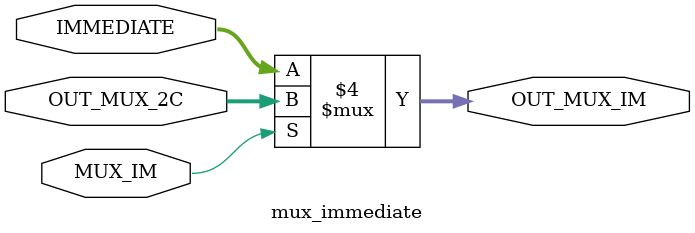
<source format=v>

 `timescale  1ns/100ps

module mux_immediate (IMMEDIATE, OUT_MUX_2C, MUX_IM, OUT_MUX_IM);

	//port declaration
	input [7:0]IMMEDIATE;
	input [7:0]OUT_MUX_2C;
	input MUX_IM;
	
	output [7:0]OUT_MUX_IM;
	
	//specify output to a register
	reg [7:0]OUT_MUX_IM;
	

	//check output
	always @(IMMEDIATE,OUT_MUX_2C,MUX_IM)
	begin
	
		//output immediate
		if (MUX_IM == 1'b0)
			begin
				OUT_MUX_IM = IMMEDIATE;
			end
		
		//output of mux_2scomplememnt (OUT_MUX_2C)
		else
			begin
				OUT_MUX_IM = OUT_MUX_2C;
			end
		end
	
	
	
endmodule

</source>
